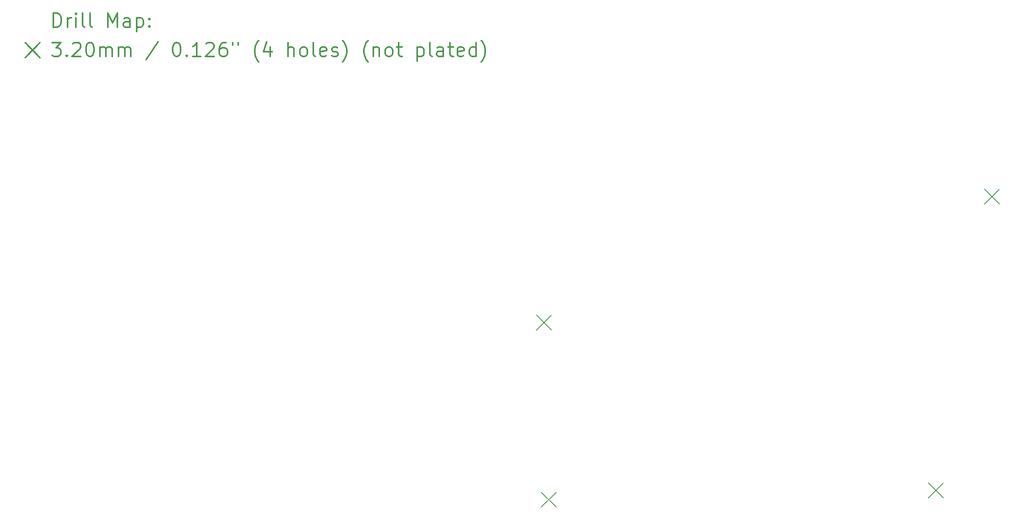
<source format=gbr>
%FSLAX45Y45*%
G04 Gerber Fmt 4.5, Leading zero omitted, Abs format (unit mm)*
G04 Created by KiCad (PCBNEW 5.1.9) date 2021-06-26 11:28:27*
%MOMM*%
%LPD*%
G01*
G04 APERTURE LIST*
%ADD10C,0.200000*%
%ADD11C,0.300000*%
G04 APERTURE END LIST*
D10*
X10640000Y-6640000D02*
X10960000Y-6960000D01*
X10960000Y-6640000D02*
X10640000Y-6960000D01*
X10740000Y-10440000D02*
X11060000Y-10760000D01*
X11060000Y-10440000D02*
X10740000Y-10760000D01*
X19040000Y-10240000D02*
X19360000Y-10560000D01*
X19360000Y-10240000D02*
X19040000Y-10560000D01*
X20240000Y-3940000D02*
X20560000Y-4260000D01*
X20560000Y-3940000D02*
X20240000Y-4260000D01*
D11*
X286429Y-465714D02*
X286429Y-165714D01*
X357857Y-165714D01*
X400714Y-180000D01*
X429286Y-208571D01*
X443571Y-237143D01*
X457857Y-294286D01*
X457857Y-337143D01*
X443571Y-394286D01*
X429286Y-422857D01*
X400714Y-451428D01*
X357857Y-465714D01*
X286429Y-465714D01*
X586429Y-465714D02*
X586429Y-265714D01*
X586429Y-322857D02*
X600714Y-294286D01*
X615000Y-280000D01*
X643571Y-265714D01*
X672143Y-265714D01*
X772143Y-465714D02*
X772143Y-265714D01*
X772143Y-165714D02*
X757857Y-180000D01*
X772143Y-194286D01*
X786428Y-180000D01*
X772143Y-165714D01*
X772143Y-194286D01*
X957857Y-465714D02*
X929286Y-451428D01*
X915000Y-422857D01*
X915000Y-165714D01*
X1115000Y-465714D02*
X1086429Y-451428D01*
X1072143Y-422857D01*
X1072143Y-165714D01*
X1457857Y-465714D02*
X1457857Y-165714D01*
X1557857Y-380000D01*
X1657857Y-165714D01*
X1657857Y-465714D01*
X1929286Y-465714D02*
X1929286Y-308571D01*
X1915000Y-280000D01*
X1886428Y-265714D01*
X1829286Y-265714D01*
X1800714Y-280000D01*
X1929286Y-451428D02*
X1900714Y-465714D01*
X1829286Y-465714D01*
X1800714Y-451428D01*
X1786428Y-422857D01*
X1786428Y-394286D01*
X1800714Y-365714D01*
X1829286Y-351428D01*
X1900714Y-351428D01*
X1929286Y-337143D01*
X2072143Y-265714D02*
X2072143Y-565714D01*
X2072143Y-280000D02*
X2100714Y-265714D01*
X2157857Y-265714D01*
X2186429Y-280000D01*
X2200714Y-294286D01*
X2215000Y-322857D01*
X2215000Y-408571D01*
X2200714Y-437143D01*
X2186429Y-451428D01*
X2157857Y-465714D01*
X2100714Y-465714D01*
X2072143Y-451428D01*
X2343571Y-437143D02*
X2357857Y-451428D01*
X2343571Y-465714D01*
X2329286Y-451428D01*
X2343571Y-437143D01*
X2343571Y-465714D01*
X2343571Y-280000D02*
X2357857Y-294286D01*
X2343571Y-308571D01*
X2329286Y-294286D01*
X2343571Y-280000D01*
X2343571Y-308571D01*
X-320000Y-800000D02*
X0Y-1120000D01*
X0Y-800000D02*
X-320000Y-1120000D01*
X257857Y-795714D02*
X443571Y-795714D01*
X343571Y-910000D01*
X386428Y-910000D01*
X415000Y-924286D01*
X429286Y-938571D01*
X443571Y-967143D01*
X443571Y-1038571D01*
X429286Y-1067143D01*
X415000Y-1081429D01*
X386428Y-1095714D01*
X300714Y-1095714D01*
X272143Y-1081429D01*
X257857Y-1067143D01*
X572143Y-1067143D02*
X586429Y-1081429D01*
X572143Y-1095714D01*
X557857Y-1081429D01*
X572143Y-1067143D01*
X572143Y-1095714D01*
X700714Y-824286D02*
X715000Y-810000D01*
X743571Y-795714D01*
X815000Y-795714D01*
X843571Y-810000D01*
X857857Y-824286D01*
X872143Y-852857D01*
X872143Y-881428D01*
X857857Y-924286D01*
X686429Y-1095714D01*
X872143Y-1095714D01*
X1057857Y-795714D02*
X1086429Y-795714D01*
X1115000Y-810000D01*
X1129286Y-824286D01*
X1143571Y-852857D01*
X1157857Y-910000D01*
X1157857Y-981428D01*
X1143571Y-1038571D01*
X1129286Y-1067143D01*
X1115000Y-1081429D01*
X1086429Y-1095714D01*
X1057857Y-1095714D01*
X1029286Y-1081429D01*
X1015000Y-1067143D01*
X1000714Y-1038571D01*
X986428Y-981428D01*
X986428Y-910000D01*
X1000714Y-852857D01*
X1015000Y-824286D01*
X1029286Y-810000D01*
X1057857Y-795714D01*
X1286429Y-1095714D02*
X1286429Y-895714D01*
X1286429Y-924286D02*
X1300714Y-910000D01*
X1329286Y-895714D01*
X1372143Y-895714D01*
X1400714Y-910000D01*
X1415000Y-938571D01*
X1415000Y-1095714D01*
X1415000Y-938571D02*
X1429286Y-910000D01*
X1457857Y-895714D01*
X1500714Y-895714D01*
X1529286Y-910000D01*
X1543571Y-938571D01*
X1543571Y-1095714D01*
X1686428Y-1095714D02*
X1686428Y-895714D01*
X1686428Y-924286D02*
X1700714Y-910000D01*
X1729286Y-895714D01*
X1772143Y-895714D01*
X1800714Y-910000D01*
X1815000Y-938571D01*
X1815000Y-1095714D01*
X1815000Y-938571D02*
X1829286Y-910000D01*
X1857857Y-895714D01*
X1900714Y-895714D01*
X1929286Y-910000D01*
X1943571Y-938571D01*
X1943571Y-1095714D01*
X2529286Y-781428D02*
X2272143Y-1167143D01*
X2915000Y-795714D02*
X2943571Y-795714D01*
X2972143Y-810000D01*
X2986428Y-824286D01*
X3000714Y-852857D01*
X3015000Y-910000D01*
X3015000Y-981428D01*
X3000714Y-1038571D01*
X2986428Y-1067143D01*
X2972143Y-1081429D01*
X2943571Y-1095714D01*
X2915000Y-1095714D01*
X2886428Y-1081429D01*
X2872143Y-1067143D01*
X2857857Y-1038571D01*
X2843571Y-981428D01*
X2843571Y-910000D01*
X2857857Y-852857D01*
X2872143Y-824286D01*
X2886428Y-810000D01*
X2915000Y-795714D01*
X3143571Y-1067143D02*
X3157857Y-1081429D01*
X3143571Y-1095714D01*
X3129286Y-1081429D01*
X3143571Y-1067143D01*
X3143571Y-1095714D01*
X3443571Y-1095714D02*
X3272143Y-1095714D01*
X3357857Y-1095714D02*
X3357857Y-795714D01*
X3329286Y-838571D01*
X3300714Y-867143D01*
X3272143Y-881428D01*
X3557857Y-824286D02*
X3572143Y-810000D01*
X3600714Y-795714D01*
X3672143Y-795714D01*
X3700714Y-810000D01*
X3715000Y-824286D01*
X3729286Y-852857D01*
X3729286Y-881428D01*
X3715000Y-924286D01*
X3543571Y-1095714D01*
X3729286Y-1095714D01*
X3986428Y-795714D02*
X3929286Y-795714D01*
X3900714Y-810000D01*
X3886428Y-824286D01*
X3857857Y-867143D01*
X3843571Y-924286D01*
X3843571Y-1038571D01*
X3857857Y-1067143D01*
X3872143Y-1081429D01*
X3900714Y-1095714D01*
X3957857Y-1095714D01*
X3986428Y-1081429D01*
X4000714Y-1067143D01*
X4015000Y-1038571D01*
X4015000Y-967143D01*
X4000714Y-938571D01*
X3986428Y-924286D01*
X3957857Y-910000D01*
X3900714Y-910000D01*
X3872143Y-924286D01*
X3857857Y-938571D01*
X3843571Y-967143D01*
X4129286Y-795714D02*
X4129286Y-852857D01*
X4243571Y-795714D02*
X4243571Y-852857D01*
X4686429Y-1210000D02*
X4672143Y-1195714D01*
X4643571Y-1152857D01*
X4629286Y-1124286D01*
X4615000Y-1081429D01*
X4600714Y-1010000D01*
X4600714Y-952857D01*
X4615000Y-881428D01*
X4629286Y-838571D01*
X4643571Y-810000D01*
X4672143Y-767143D01*
X4686429Y-752857D01*
X4929286Y-895714D02*
X4929286Y-1095714D01*
X4857857Y-781428D02*
X4786429Y-995714D01*
X4972143Y-995714D01*
X5315000Y-1095714D02*
X5315000Y-795714D01*
X5443571Y-1095714D02*
X5443571Y-938571D01*
X5429286Y-910000D01*
X5400714Y-895714D01*
X5357857Y-895714D01*
X5329286Y-910000D01*
X5315000Y-924286D01*
X5629286Y-1095714D02*
X5600714Y-1081429D01*
X5586429Y-1067143D01*
X5572143Y-1038571D01*
X5572143Y-952857D01*
X5586429Y-924286D01*
X5600714Y-910000D01*
X5629286Y-895714D01*
X5672143Y-895714D01*
X5700714Y-910000D01*
X5715000Y-924286D01*
X5729286Y-952857D01*
X5729286Y-1038571D01*
X5715000Y-1067143D01*
X5700714Y-1081429D01*
X5672143Y-1095714D01*
X5629286Y-1095714D01*
X5900714Y-1095714D02*
X5872143Y-1081429D01*
X5857857Y-1052857D01*
X5857857Y-795714D01*
X6129286Y-1081429D02*
X6100714Y-1095714D01*
X6043571Y-1095714D01*
X6015000Y-1081429D01*
X6000714Y-1052857D01*
X6000714Y-938571D01*
X6015000Y-910000D01*
X6043571Y-895714D01*
X6100714Y-895714D01*
X6129286Y-910000D01*
X6143571Y-938571D01*
X6143571Y-967143D01*
X6000714Y-995714D01*
X6257857Y-1081429D02*
X6286428Y-1095714D01*
X6343571Y-1095714D01*
X6372143Y-1081429D01*
X6386428Y-1052857D01*
X6386428Y-1038571D01*
X6372143Y-1010000D01*
X6343571Y-995714D01*
X6300714Y-995714D01*
X6272143Y-981428D01*
X6257857Y-952857D01*
X6257857Y-938571D01*
X6272143Y-910000D01*
X6300714Y-895714D01*
X6343571Y-895714D01*
X6372143Y-910000D01*
X6486428Y-1210000D02*
X6500714Y-1195714D01*
X6529286Y-1152857D01*
X6543571Y-1124286D01*
X6557857Y-1081429D01*
X6572143Y-1010000D01*
X6572143Y-952857D01*
X6557857Y-881428D01*
X6543571Y-838571D01*
X6529286Y-810000D01*
X6500714Y-767143D01*
X6486428Y-752857D01*
X7029286Y-1210000D02*
X7015000Y-1195714D01*
X6986428Y-1152857D01*
X6972143Y-1124286D01*
X6957857Y-1081429D01*
X6943571Y-1010000D01*
X6943571Y-952857D01*
X6957857Y-881428D01*
X6972143Y-838571D01*
X6986428Y-810000D01*
X7015000Y-767143D01*
X7029286Y-752857D01*
X7143571Y-895714D02*
X7143571Y-1095714D01*
X7143571Y-924286D02*
X7157857Y-910000D01*
X7186428Y-895714D01*
X7229286Y-895714D01*
X7257857Y-910000D01*
X7272143Y-938571D01*
X7272143Y-1095714D01*
X7457857Y-1095714D02*
X7429286Y-1081429D01*
X7415000Y-1067143D01*
X7400714Y-1038571D01*
X7400714Y-952857D01*
X7415000Y-924286D01*
X7429286Y-910000D01*
X7457857Y-895714D01*
X7500714Y-895714D01*
X7529286Y-910000D01*
X7543571Y-924286D01*
X7557857Y-952857D01*
X7557857Y-1038571D01*
X7543571Y-1067143D01*
X7529286Y-1081429D01*
X7500714Y-1095714D01*
X7457857Y-1095714D01*
X7643571Y-895714D02*
X7757857Y-895714D01*
X7686428Y-795714D02*
X7686428Y-1052857D01*
X7700714Y-1081429D01*
X7729286Y-1095714D01*
X7757857Y-1095714D01*
X8086428Y-895714D02*
X8086428Y-1195714D01*
X8086428Y-910000D02*
X8115000Y-895714D01*
X8172143Y-895714D01*
X8200714Y-910000D01*
X8215000Y-924286D01*
X8229286Y-952857D01*
X8229286Y-1038571D01*
X8215000Y-1067143D01*
X8200714Y-1081429D01*
X8172143Y-1095714D01*
X8115000Y-1095714D01*
X8086428Y-1081429D01*
X8400714Y-1095714D02*
X8372143Y-1081429D01*
X8357857Y-1052857D01*
X8357857Y-795714D01*
X8643571Y-1095714D02*
X8643571Y-938571D01*
X8629286Y-910000D01*
X8600714Y-895714D01*
X8543571Y-895714D01*
X8515000Y-910000D01*
X8643571Y-1081429D02*
X8615000Y-1095714D01*
X8543571Y-1095714D01*
X8515000Y-1081429D01*
X8500714Y-1052857D01*
X8500714Y-1024286D01*
X8515000Y-995714D01*
X8543571Y-981428D01*
X8615000Y-981428D01*
X8643571Y-967143D01*
X8743571Y-895714D02*
X8857857Y-895714D01*
X8786429Y-795714D02*
X8786429Y-1052857D01*
X8800714Y-1081429D01*
X8829286Y-1095714D01*
X8857857Y-1095714D01*
X9072143Y-1081429D02*
X9043571Y-1095714D01*
X8986429Y-1095714D01*
X8957857Y-1081429D01*
X8943571Y-1052857D01*
X8943571Y-938571D01*
X8957857Y-910000D01*
X8986429Y-895714D01*
X9043571Y-895714D01*
X9072143Y-910000D01*
X9086429Y-938571D01*
X9086429Y-967143D01*
X8943571Y-995714D01*
X9343571Y-1095714D02*
X9343571Y-795714D01*
X9343571Y-1081429D02*
X9315000Y-1095714D01*
X9257857Y-1095714D01*
X9229286Y-1081429D01*
X9215000Y-1067143D01*
X9200714Y-1038571D01*
X9200714Y-952857D01*
X9215000Y-924286D01*
X9229286Y-910000D01*
X9257857Y-895714D01*
X9315000Y-895714D01*
X9343571Y-910000D01*
X9457857Y-1210000D02*
X9472143Y-1195714D01*
X9500714Y-1152857D01*
X9515000Y-1124286D01*
X9529286Y-1081429D01*
X9543571Y-1010000D01*
X9543571Y-952857D01*
X9529286Y-881428D01*
X9515000Y-838571D01*
X9500714Y-810000D01*
X9472143Y-767143D01*
X9457857Y-752857D01*
M02*

</source>
